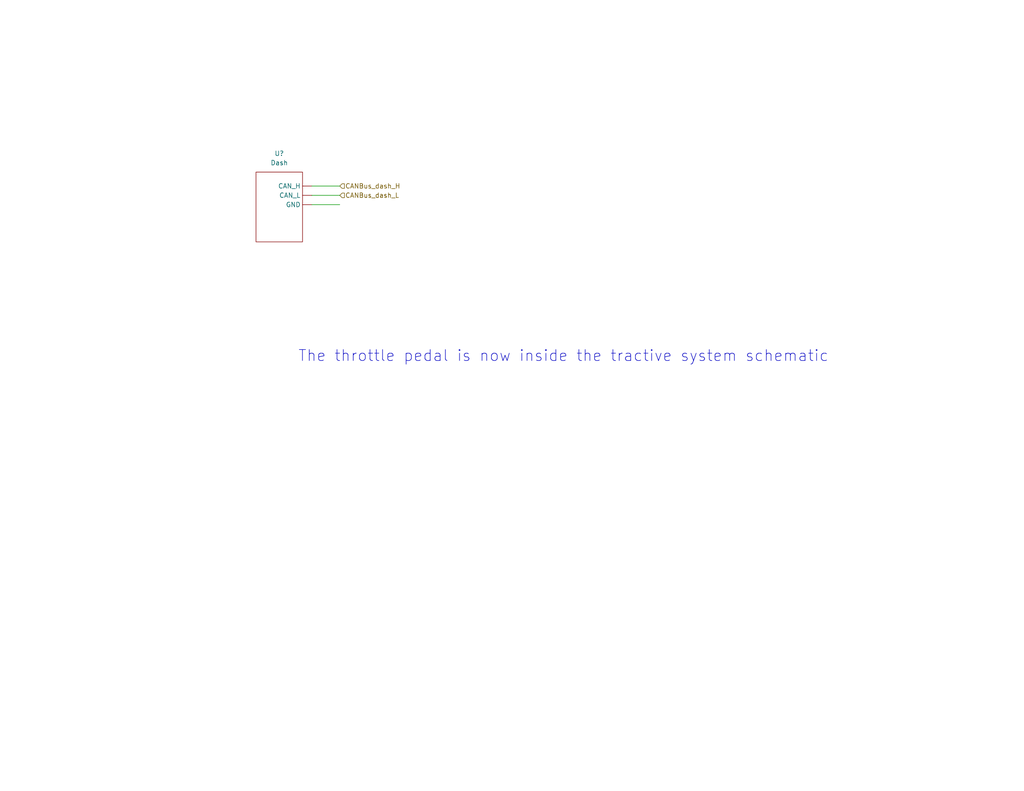
<source format=kicad_sch>
(kicad_sch (version 20211123) (generator eeschema)
  (paper "A")
  (title_block (date "2023-03-03"))
  (lib_symbols
    (symbol "Homssymbols:Dash"
      (property "Reference" "U" (at 10.16 3.81 0))
      (property "Value" "Dash" (at 11.43 7.62 0))
      (symbol "Dash_0_1"
        (rectangle (start 20.32 1.27) (end 7.62 20.32))
      )
      (symbol "Dash_1_1"
        (pin input line (at 22.86 16.51 180) (length 2.54) (name "CAN_H") (number ""))
        (pin input line (at 22.86 13.97 180) (length 2.54) (name "CAN_L") (number ""))
        (pin input line (at 22.86 11.43 180) (length 2.54) (name "GND") (number ""))
      )
    )
  )
  (wire (pts (xy 85.09 50.8) (xy 92.71 50.8)))
  (wire (pts (xy 85.09 55.88) (xy 92.71 55.88)))
  (wire (pts (xy 85.09 53.34) (xy 92.71 53.34)))
  (text "The throttle pedal is now inside the tractive system schematic" (at 81.28 99.06 0) (effects (font (size 3 3)) (justify left bottom)))
  (hierarchical_label "CANBus_dash_L" (shape input) (at 92.71 53.34 0))
  (hierarchical_label "CANBus_dash_H" (shape input) (at 92.71 50.8 0))
  (symbol (lib_id "Homssymbols:Dash") (at 62.23 67.31 0) (unit 1)
    (property "Reference" "U?" (at 76.2 41.91 0))
    (property "Value" "Dash" (at 76.2 44.45 0))
  )
)
</source>
